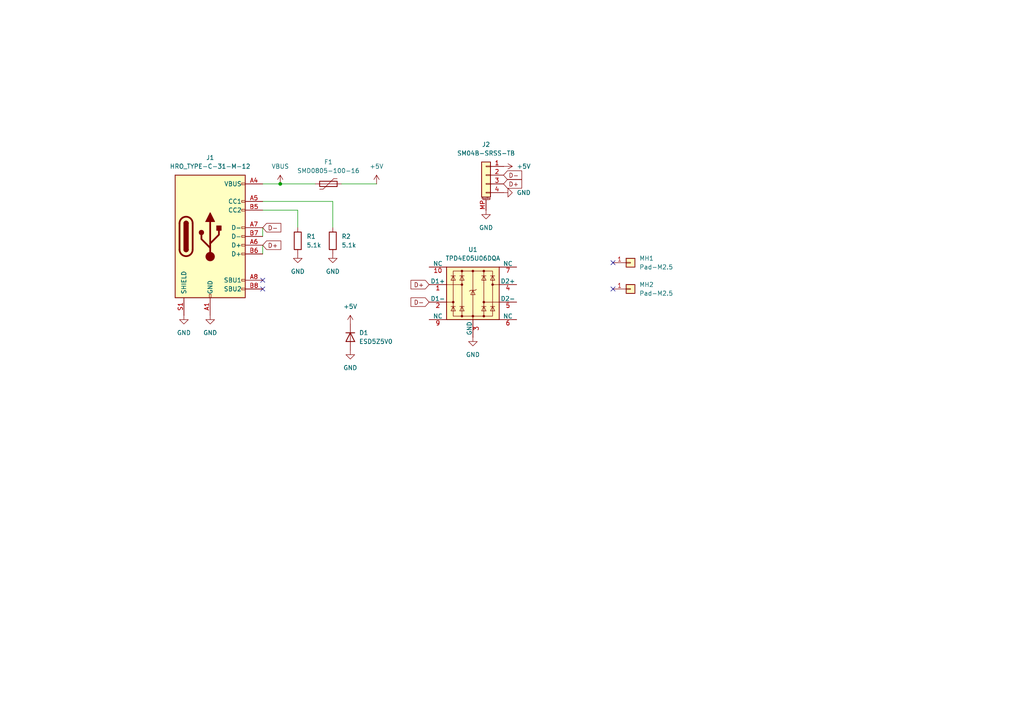
<source format=kicad_sch>
(kicad_sch (version 20250114) (generator "eeschema") (generator_version "9.0")
  (paper "A4")
  (lib_symbols
    (symbol "Connector:USB_C_Receptacle_USB2.0_16P" (pin_names (offset 1.016))
      (property "Reference" "J" (at 0 22.225 0))
      (property "Value" "USB_C_Receptacle_USB2.0_16P" (at 0 19.685 0))
      (symbol "USB_C_Receptacle_USB2.0_16P_0_0"
        (rectangle (start -0.254 -17.78) (end 0.254 -16.764))
        (rectangle (start 10.16 15.494) (end 9.144 14.986))
        (rectangle (start 10.16 10.414) (end 9.144 9.906))
        (rectangle (start 10.16 7.874) (end 9.144 7.366))
        (rectangle (start 10.16 2.794) (end 9.144 2.286))
        (rectangle (start 10.16 0.254) (end 9.144 -0.254))
        (rectangle (start 10.16 -2.286) (end 9.144 -2.794))
        (rectangle (start 10.16 -4.826) (end 9.144 -5.334))
        (rectangle (start 10.16 -12.446) (end 9.144 -12.954))
        (rectangle (start 10.16 -14.986) (end 9.144 -15.494))
      )
      (symbol "USB_C_Receptacle_USB2.0_16P_0_1"
        (rectangle (start -10.16 17.78) (end 10.16 -17.78) (stroke (width 0.254)) (fill (type background)))
        (polyline (pts (xy -8.89 -3.81) (xy -8.89 3.81)) (stroke (width 0.508)))
        (rectangle (start -7.62 -3.81) (end -6.35 3.81) (stroke (width 0.254)) (fill (type outline)))
        (arc (start -7.62 3.81) (mid -6.985 4.4423) (end -6.35 3.81) (stroke (width 0.254)))
        (arc (start -7.62 3.81) (mid -6.985 4.4423) (end -6.35 3.81) (stroke (width 0.254)) (fill (type outline)))
        (arc (start -8.89 3.81) (mid -6.985 5.7067) (end -5.08 3.81) (stroke (width 0.508)))
        (arc (start -5.08 -3.81) (mid -6.985 -5.7067) (end -8.89 -3.81) (stroke (width 0.508)))
        (arc (start -6.35 -3.81) (mid -6.985 -4.4423) (end -7.62 -3.81) (stroke (width 0.254)))
        (arc (start -6.35 -3.81) (mid -6.985 -4.4423) (end -7.62 -3.81) (stroke (width 0.254)) (fill (type outline)))
        (polyline (pts (xy -5.08 3.81) (xy -5.08 -3.81)) (stroke (width 0.508)))
        (circle (center -2.54 1.143) (radius 0.635) (stroke (width 0.254)) (fill (type outline)))
        (polyline (pts (xy -1.27 4.318) (xy 0 6.858) (xy 1.27 4.318) (xy -1.27 4.318)) (stroke (width 0.254)) (fill (type outline)))
        (polyline (pts (xy 0 -2.032) (xy 2.54 0.508) (xy 2.54 1.778)) (stroke (width 0.508)))
        (polyline (pts (xy 0 -3.302) (xy -2.54 -0.762) (xy -2.54 0.508)) (stroke (width 0.508)))
        (polyline (pts (xy 0 -5.842) (xy 0 4.318)) (stroke (width 0.508)))
        (circle (center 0 -5.842) (radius 1.27) (fill (type outline)))
        (rectangle (start 1.905 1.778) (end 3.175 3.048) (stroke (width 0.254)) (fill (type outline)))
      )
      (symbol "USB_C_Receptacle_USB2.0_16P_1_1"
        (pin passive line (at -7.62 -22.86 90) (length 5.08) (name "SHIELD") (number "S1"))
        (pin passive line (at 0 -22.86 90) (length 5.08) (name "GND") (number "A1"))
        (pin passive line (at 0 -22.86 90) (length 5.08) (hide yes) (name "GND") (number "A12"))
        (pin passive line (at 0 -22.86 90) (length 5.08) (hide yes) (name "GND") (number "B1"))
        (pin passive line (at 0 -22.86 90) (length 5.08) (hide yes) (name "GND") (number "B12"))
        (pin passive line (at 15.24 15.24 180) (length 5.08) (name "VBUS") (number "A4"))
        (pin passive line (at 15.24 15.24 180) (length 5.08) (hide yes) (name "VBUS") (number "A9"))
        (pin passive line (at 15.24 15.24 180) (length 5.08) (hide yes) (name "VBUS") (number "B4"))
        (pin passive line (at 15.24 15.24 180) (length 5.08) (hide yes) (name "VBUS") (number "B9"))
        (pin bidirectional line (at 15.24 10.16 180) (length 5.08) (name "CC1") (number "A5"))
        (pin bidirectional line (at 15.24 7.62 180) (length 5.08) (name "CC2") (number "B5"))
        (pin bidirectional line (at 15.24 2.54 180) (length 5.08) (name "D-") (number "A7"))
        (pin bidirectional line (at 15.24 0 180) (length 5.08) (name "D-") (number "B7"))
        (pin bidirectional line (at 15.24 -2.54 180) (length 5.08) (name "D+") (number "A6"))
        (pin bidirectional line (at 15.24 -5.08 180) (length 5.08) (name "D+") (number "B6"))
        (pin bidirectional line (at 15.24 -12.7 180) (length 5.08) (name "SBU1") (number "A8"))
        (pin bidirectional line (at 15.24 -15.24 180) (length 5.08) (name "SBU2") (number "B8"))
      )
    )
    (symbol "Connector_Generic:Conn_01x01" (pin_names (offset 1.016) (hide yes))
      (property "Reference" "J" (at 0 2.54 0))
      (property "Value" "Conn_01x01" (at 0 -2.54 0))
      (symbol "Conn_01x01_1_1"
        (rectangle (start -1.27 1.27) (end 1.27 -1.27) (stroke (width 0.254)) (fill (type background)))
        (rectangle (start -1.27 0.127) (end 0 -0.127) (stroke (width 0.1524)))
        (pin passive line (at -5.08 0 0) (length 3.81) (name "Pin_1") (number "1"))
      )
    )
    (symbol "Connector_Generic_MountingPin:Conn_01x04_MountingPin" (pin_names (offset 1.016) (hide yes))
      (property "Reference" "J" (at 0 5.08 0))
      (property "Value" "Conn_01x04_MountingPin" (at 1.27 -7.62 0))
      (symbol "Conn_01x04_MountingPin_1_1"
        (rectangle (start -1.27 3.81) (end 1.27 -6.35) (stroke (width 0.254)) (fill (type background)))
        (rectangle (start -1.27 2.667) (end 0 2.413) (stroke (width 0.1524)))
        (rectangle (start -1.27 0.127) (end 0 -0.127) (stroke (width 0.1524)))
        (rectangle (start -1.27 -2.413) (end 0 -2.667) (stroke (width 0.1524)))
        (rectangle (start -1.27 -4.953) (end 0 -5.207) (stroke (width 0.1524)))
        (polyline (pts (xy -1.016 -7.112) (xy 1.016 -7.112)) (stroke (width 0.1524)))
        (text "Mounting" (at 0 -6.731 0) (effects (font (size 0.381 0.381))))
        (pin passive line (at -5.08 2.54 0) (length 3.81) (name "Pin_1") (number "1"))
        (pin passive line (at -5.08 0 0) (length 3.81) (name "Pin_2") (number "2"))
        (pin passive line (at -5.08 -2.54 0) (length 3.81) (name "Pin_3") (number "3"))
        (pin passive line (at -5.08 -5.08 0) (length 3.81) (name "Pin_4") (number "4"))
        (pin passive line (at 0 -10.16 90) (length 3.048) (name "MountPin") (number "MP"))
      )
    )
    (symbol "Device:D" (pin_numbers (hide yes)) (pin_names (offset 1.016) (hide yes))
      (property "Reference" "D" (at 0 2.54 0))
      (property "Value" "D" (at 0 -2.54 0))
      (symbol "D_0_1"
        (polyline (pts (xy -1.27 1.27) (xy -1.27 -1.27)) (stroke (width 0.254)))
        (polyline (pts (xy 1.27 1.27) (xy 1.27 -1.27) (xy -1.27 0) (xy 1.27 1.27)) (stroke (width 0.254)))
        (polyline (pts (xy 1.27 0) (xy -1.27 0)))
      )
      (symbol "D_1_1"
        (pin passive line (at -3.81 0 0) (length 2.54) (name "K") (number "1"))
        (pin passive line (at 3.81 0 180) (length 2.54) (name "A") (number "2"))
      )
    )
    (symbol "Device:Polyfuse" (pin_numbers (hide yes)) (pin_names (offset 0))
      (property "Reference" "F" (at -2.54 0 90))
      (property "Value" "Polyfuse" (at 2.54 0 90))
      (symbol "Polyfuse_0_1"
        (polyline (pts (xy -1.524 2.54) (xy -1.524 1.524) (xy 1.524 -1.524) (xy 1.524 -2.54)))
        (rectangle (start -0.762 2.54) (end 0.762 -2.54) (stroke (width 0.254)))
        (polyline (pts (xy 0 2.54) (xy 0 -2.54)))
      )
      (symbol "Polyfuse_1_1"
        (pin passive line (at 0 3.81 270) (length 1.27) (name "~") (number "1"))
        (pin passive line (at 0 -3.81 90) (length 1.27) (name "~") (number "2"))
      )
    )
    (symbol "Device:R" (pin_numbers (hide yes)) (pin_names (offset 0))
      (property "Reference" "R" (at 2.032 0 90))
      (property "Value" "R" (at 0 0 90))
      (symbol "R_0_1"
        (rectangle (start -1.016 -2.54) (end 1.016 2.54) (stroke (width 0.254)))
      )
      (symbol "R_1_1"
        (pin passive line (at 0 3.81 270) (length 1.27) (name "~") (number "1"))
        (pin passive line (at 0 -3.81 90) (length 1.27) (name "~") (number "2"))
      )
    )
    (symbol "Power_Protection:TPD4E05U06DQA" (pin_names (offset 0))
      (property "Reference" "U" (at -0.635 8.89 0))
      (property "Value" "TPD4E05U06DQA" (at 1.905 -10.16 0))
      (symbol "TPD4E05U06DQA_0_0"
        (rectangle (start -5.715 6.477) (end 5.715 -6.604))
        (polyline (pts (xy -3.175 -6.604) (xy -3.175 6.477)))
        (polyline (pts (xy 0 6.477) (xy 0 -6.604)))
        (polyline (pts (xy 3.175 6.477) (xy 3.175 -6.604)))
      )
      (symbol "TPD4E05U06DQA_0_1"
        (polyline (pts (xy -7.747 2.54) (xy -3.175 2.54)))
        (rectangle (start -7.62 7.62) (end 7.62 -7.62) (stroke (width 0.254)) (fill (type background)))
        (polyline (pts (xy -7.62 -2.54) (xy -5.715 -2.54)))
        (circle (center -5.715 -2.54) (radius 0.2794) (fill (type outline)))
        (polyline (pts (xy -5.08 5.08) (xy -6.35 5.08)))
        (polyline (pts (xy -5.08 3.81) (xy -6.35 3.81) (xy -5.715 5.08) (xy -5.08 3.81)))
        (polyline (pts (xy -5.08 -3.81) (xy -6.35 -3.81)))
        (polyline (pts (xy -5.08 -5.08) (xy -6.35 -5.08) (xy -5.715 -3.81) (xy -5.08 -5.08)))
        (circle (center -3.175 6.477) (radius 0.2794) (fill (type outline)))
        (circle (center -3.175 2.54) (radius 0.2794) (fill (type outline)))
        (circle (center -3.175 -6.604) (radius 0.2794) (fill (type outline)))
        (polyline (pts (xy -2.54 5.08) (xy -3.81 5.08)))
        (polyline (pts (xy -2.54 3.81) (xy -3.81 3.81) (xy -3.175 5.08) (xy -2.54 3.81)))
        (polyline (pts (xy -2.54 -3.81) (xy -3.81 -3.81)))
        (polyline (pts (xy -2.54 -5.08) (xy -3.81 -5.08) (xy -3.175 -3.81) (xy -2.54 -5.08)))
        (polyline (pts (xy -0.635 0.889) (xy -1.016 0.635)))
        (circle (center 0 6.477) (radius 0.2794) (fill (type outline)))
        (polyline (pts (xy 0 -6.604) (xy 0 -7.62)))
        (circle (center 0 -6.604) (radius 0.2794) (fill (type outline)))
        (polyline (pts (xy 0.635 0.889) (xy -0.635 0.889)))
        (polyline (pts (xy 0.635 0.889) (xy 1.016 1.143)))
        (polyline (pts (xy 0.635 -0.381) (xy -0.635 -0.381) (xy 0 0.889) (xy 0.635 -0.381)))
        (circle (center 3.175 6.477) (radius 0.2794) (fill (type outline)))
        (circle (center 3.175 -2.54) (radius 0.2794) (fill (type outline)))
        (circle (center 3.175 -6.604) (radius 0.2794) (fill (type outline)))
        (polyline (pts (xy 3.81 5.08) (xy 2.54 5.08)))
        (polyline (pts (xy 3.81 3.81) (xy 2.54 3.81) (xy 3.175 5.08) (xy 3.81 3.81)))
        (polyline (pts (xy 3.81 -3.81) (xy 2.54 -3.81)))
        (polyline (pts (xy 3.81 -5.08) (xy 2.54 -5.08) (xy 3.175 -3.81) (xy 3.81 -5.08)))
        (circle (center 5.715 2.54) (radius 0.2794) (fill (type outline)))
        (polyline (pts (xy 6.35 5.08) (xy 5.08 5.08)))
        (polyline (pts (xy 6.35 3.81) (xy 5.08 3.81) (xy 5.715 5.08) (xy 6.35 3.81)))
        (polyline (pts (xy 6.35 -3.81) (xy 5.08 -3.81)))
        (polyline (pts (xy 6.35 -5.08) (xy 5.08 -5.08) (xy 5.715 -3.81) (xy 6.35 -5.08)))
        (polyline (pts (xy 7.62 2.54) (xy 5.715 2.54)))
        (polyline (pts (xy 7.62 -2.54) (xy 3.175 -2.54)))
      )
      (symbol "TPD4E05U06DQA_1_1"
        (pin free line (at -12.7 7.62 0) (length 5.08) (name "NC") (number "10"))
        (pin passive line (at -12.7 2.54 0) (length 5.08) (name "D1+") (number "1"))
        (pin passive line (at -12.7 -2.54 0) (length 5.08) (name "D1-") (number "2"))
        (pin free line (at -12.7 -7.62 0) (length 5.08) (name "NC") (number "9"))
        (pin power_in line (at 0 -12.7 90) (length 5.08) (name "GND") (number "3"))
        (pin passive line (at 0 -12.7 90) (length 5.08) (hide yes) (name "GND") (number "8"))
        (pin free line (at 12.7 7.62 180) (length 5.08) (name "NC") (number "7"))
        (pin passive line (at 12.7 2.54 180) (length 5.08) (name "D2+") (number "4"))
        (pin passive line (at 12.7 -2.54 180) (length 5.08) (name "D2-") (number "5"))
        (pin free line (at 12.7 -7.62 180) (length 5.08) (name "NC") (number "6"))
      )
    )
    (symbol "power:+5V" (power) (pin_numbers (hide yes)) (pin_names (offset 0) (hide yes))
      (property "Value" "+5V" (at 0 3.556 0))
      (symbol "+5V_0_1"
        (polyline (pts (xy -0.762 1.27) (xy 0 2.54)))
        (polyline (pts (xy 0 2.54) (xy 0.762 1.27)))
        (polyline (pts (xy 0 0) (xy 0 2.54)))
      )
      (symbol "+5V_1_1"
        (pin power_in line (at 0 0 90) (length 0) (name "~") (number "1"))
      )
    )
    (symbol "power:GND" (power) (pin_numbers (hide yes)) (pin_names (offset 0) (hide yes))
      (property "Value" "GND" (at 0 -3.81 0))
      (symbol "GND_0_1"
        (polyline (pts (xy 0 0) (xy 0 -1.27) (xy 1.27 -1.27) (xy 0 -2.54) (xy -1.27 -1.27) (xy 0 -1.27)))
      )
      (symbol "GND_1_1"
        (pin power_in line (at 0 0 270) (length 0) (name "~") (number "1"))
      )
    )
    (symbol "power:VBUS" (power) (pin_numbers (hide yes)) (pin_names (offset 0) (hide yes))
      (property "Value" "VBUS" (at 0 3.556 0))
      (symbol "VBUS_0_1"
        (polyline (pts (xy -0.762 1.27) (xy 0 2.54)))
        (polyline (pts (xy 0 2.54) (xy 0.762 1.27)))
        (polyline (pts (xy 0 0) (xy 0 2.54)))
      )
      (symbol "VBUS_1_1"
        (pin power_in line (at 0 0 90) (length 0) (name "~") (number "1"))
      )
    )
  )
  (junction (at 81.28 53.34))
  (no_connect (at 177.8 76.2))
  (no_connect (at 76.2 83.82))
  (no_connect (at 76.2 81.28))
  (no_connect (at 177.8 83.82))
  (wire (pts (xy 86.36 60.96) (xy 86.36 66.04)))
  (wire (pts (xy 96.52 66.04) (xy 96.52 58.42)))
  (wire (pts (xy 76.2 66.04) (xy 76.2 68.58)))
  (wire (pts (xy 76.2 60.96) (xy 86.36 60.96)))
  (wire (pts (xy 76.2 53.34) (xy 81.28 53.34)))
  (wire (pts (xy 96.52 58.42) (xy 76.2 58.42)))
  (wire (pts (xy 99.06 53.34) (xy 109.22 53.34)))
  (wire (pts (xy 76.2 71.12) (xy 76.2 73.66)))
  (wire (pts (xy 81.28 53.34) (xy 91.44 53.34)))
  (global_label "D-" (shape input) (at 76.2 66.04 0) (property "Intersheetrefs" "${INTERSHEET_REFS}" (effects (hide yes))))
  (global_label "D+" (shape input) (at 146.05 53.34 0) (property "Intersheetrefs" "${INTERSHEET_REFS}" (effects (hide yes))))
  (global_label "D-" (shape input) (at 124.46 87.63 180) (property "Intersheetrefs" "${INTERSHEET_REFS}" (effects (hide yes))))
  (global_label "D+" (shape input) (at 124.46 82.55 180) (property "Intersheetrefs" "${INTERSHEET_REFS}" (effects (hide yes))))
  (global_label "D-" (shape input) (at 146.05 50.8 0) (property "Intersheetrefs" "${INTERSHEET_REFS}" (effects (hide yes))))
  (global_label "D+" (shape input) (at 76.2 71.12 0) (property "Intersheetrefs" "${INTERSHEET_REFS}" (effects (hide yes))))
  (symbol (lib_id "power:+5V") (at 146.05 48.26 270) (unit 1)
    (property "Reference" "#PWR08" (effects (hide yes)))
    (property "Value" "+5V" (at 149.86 48.2599 90) (effects (justify left)))
    (property "Description" "Power symbol creates a global label with name \"+5V\"" (effects (hide yes)))
  )
  (symbol (lib_id "power:GND") (at 137.16 97.79 0) (unit 1)
    (property "Reference" "#PWR02" (effects (hide yes)))
    (property "Value" "GND" (at 137.16 102.87 0))
    (property "Description" "Power symbol creates a global label with name \"GND\" , ground" (effects (hide yes)))
  )
  (symbol (lib_id "power:GND") (at 140.97 60.96 0) (unit 1)
    (property "Reference" "#PWR010" (effects (hide yes)))
    (property "Value" "GND" (at 140.97 66.04 0))
    (property "Description" "Power symbol creates a global label with name \"GND\" , ground" (effects (hide yes)))
  )
  (symbol (lib_id "power:GND") (at 96.52 73.66 0) (unit 1)
    (property "Reference" "#PWR06" (effects (hide yes)))
    (property "Value" "GND" (at 96.52 78.74 0))
    (property "Description" "Power symbol creates a global label with name \"GND\" , ground" (effects (hide yes)))
  )
  (symbol (lib_id "power:+5V") (at 109.22 53.34 0) (unit 1)
    (property "Reference" "#PWR07" (effects (hide yes)))
    (property "Value" "+5V" (at 109.22 48.26 0))
    (property "Description" "Power symbol creates a global label with name \"+5V\"" (effects (hide yes)))
  )
  (symbol (lib_id "Device:Polyfuse") (at 95.25 53.34 90) (unit 1)
    (property "Reference" "F1" (at 95.25 46.99 90))
    (property "Value" "SMD0805-100-16" (at 95.25 49.53 90))
    (property "Footprint" "Fuse:Fuse_0805_2012Metric" (effects (hide yes)))
    (property "Description" "Polyfuse, 16V 1A, 0805" (effects (hide yes)))
  )
  (symbol (lib_id "Device:R") (at 96.52 69.85 0) (unit 1)
    (property "Reference" "R2" (at 99.06 68.5799 0) (effects (justify left)))
    (property "Value" "5.1k" (at 99.06 71.1199 0) (effects (justify left)))
    (property "Footprint" "Resistor_SMD:R_0603_1608Metric" (effects (hide yes)))
    (property "Description" "Resistor" (effects (hide yes)))
  )
  (symbol (lib_id "power:GND") (at 60.96 91.44 0) (unit 1)
    (property "Reference" "#PWR03" (effects (hide yes)))
    (property "Value" "GND" (at 60.96 96.52 0))
    (property "Description" "Power symbol creates a global label with name \"GND\" , ground" (effects (hide yes)))
  )
  (symbol (lib_id "power:GND") (at 86.36 73.66 0) (unit 1)
    (property "Reference" "#PWR05" (effects (hide yes)))
    (property "Value" "GND" (at 86.36 78.74 0))
    (property "Description" "Power symbol creates a global label with name \"GND\" , ground" (effects (hide yes)))
  )
  (symbol (lib_id "Connector_Generic:Conn_01x01") (at 182.88 76.2 0) (unit 1) (in_bom no)
    (property "Reference" "MH1" (at 185.42 74.9299 0) (effects (justify left)))
    (property "Value" "Pad-M2.5" (at 185.42 77.4699 0) (effects (justify left)))
    (property "Footprint" "locallib:MountingHole-M2.5-Simple" (effects (hide yes)))
    (property "Description" "Generic connector, single row, 01x01, script generated (kicad-library-utils/schlib/autogen/connector/)" (effects (hide yes)))
  )
  (symbol (lib_id "Device:D") (at 101.6 97.79 270) (unit 1)
    (property "Reference" "D1" (at 104.14 96.5199 90) (effects (justify left)))
    (property "Value" "ESD5Z5V0" (at 104.14 99.0599 90) (effects (justify left)))
    (property "Footprint" "Diode_SMD:D_SOD-523" (effects (hide yes)))
    (property "Description" "Diode" (effects (hide yes)))
    (property "Sim.Device" "D" (effects (hide yes)))
    (property "Sim.Pins" "1=K 2=A" (effects (hide yes)))
  )
  (symbol (lib_id "Connector:USB_C_Receptacle_USB2.0_16P") (at 60.96 68.58 0) (unit 1)
    (property "Reference" "J1" (at 60.96 45.72 0))
    (property "Value" "HRO_TYPE-C-31-M-12" (at 60.96 48.26 0))
    (property "Footprint" "locallib:HRO-TYPE-C-31-M-12-Assembly" (effects (hide yes)))
    (property "Datasheet" "https://www.usb.org/sites/default/files/documents/usb_type-c.zip" (effects (hide yes)))
    (property "Description" "USB 2.0-only 16P Type-C Receptacle connector" (effects (hide yes)))
  )
  (symbol (lib_id "Device:R") (at 86.36 69.85 0) (unit 1)
    (property "Reference" "R1" (at 88.9 68.5799 0) (effects (justify left)))
    (property "Value" "5.1k" (at 88.9 71.1199 0) (effects (justify left)))
    (property "Footprint" "Resistor_SMD:R_0603_1608Metric" (effects (hide yes)))
    (property "Description" "Resistor" (effects (hide yes)))
  )
  (symbol (lib_id "power:GND") (at 101.6 101.6 0) (unit 1)
    (property "Reference" "#PWR013" (effects (hide yes)))
    (property "Value" "GND" (at 101.6 106.68 0))
    (property "Description" "Power symbol creates a global label with name \"GND\" , ground" (effects (hide yes)))
  )
  (symbol (lib_id "Connector_Generic:Conn_01x01") (at 182.88 83.82 0) (unit 1) (in_bom no)
    (property "Reference" "MH2" (at 185.42 82.5499 0) (effects (justify left)))
    (property "Value" "Pad-M2.5" (at 185.42 85.0899 0) (effects (justify left)))
    (property "Footprint" "locallib:MountingHole-M2.5-Simple" (effects (hide yes)))
    (property "Description" "Generic connector, single row, 01x01, script generated (kicad-library-utils/schlib/autogen/connector/)" (effects (hide yes)))
  )
  (symbol (lib_id "Power_Protection:TPD4E05U06DQA") (at 137.16 85.09 0) (unit 1)
    (property "Reference" "U1" (at 137.16 72.39 0))
    (property "Value" "TPD4E05U06DQA" (at 137.16 74.93 0))
    (property "Footprint" "Package_SON:USON-10_2.5x1.0mm_P0.5mm" (effects (hide yes)))
    (property "Datasheet" "https://www.ti.com/lit/ds/symlink/tpd4e05u06.pdf" (effects (hide yes)))
    (property "Description" "4-Channel ESD Protection for Super-Speed USB 3.0 Interface, USON-10" (effects (hide yes)))
  )
  (symbol (lib_id "power:+5V") (at 101.6 93.98 0) (unit 1)
    (property "Reference" "#PWR012" (effects (hide yes)))
    (property "Value" "+5V" (at 101.6 88.9 0))
    (property "Description" "Power symbol creates a global label with name \"+5V\"" (effects (hide yes)))
  )
  (symbol (lib_id "power:GND") (at 53.34 91.44 0) (unit 1)
    (property "Reference" "#PWR04" (effects (hide yes)))
    (property "Value" "GND" (at 53.34 96.52 0))
    (property "Description" "Power symbol creates a global label with name \"GND\" , ground" (effects (hide yes)))
  )
  (symbol (lib_id "power:VBUS") (at 81.28 53.34 0) (unit 1)
    (property "Reference" "#PWR01" (effects (hide yes)))
    (property "Value" "VBUS" (at 81.28 48.26 0))
    (property "Description" "Power symbol creates a global label with name \"VBUS\"" (effects (hide yes)))
  )
  (symbol (lib_id "Connector_Generic_MountingPin:Conn_01x04_MountingPin") (at 140.97 50.8 0) (mirror y) (unit 1)
    (property "Reference" "J2" (at 140.97 41.91 0))
    (property "Value" "SM04B-SRSS-TB" (at 140.97 44.45 0))
    (property "Footprint" "Connector_JST:JST_SH_SM04B-SRSS-TB_1x04-1MP_P1.00mm_Horizontal" (effects (hide yes)))
    (property "Description" "JST-SH SM04B-SRSS-TB" (effects (hide yes)))
  )
  (symbol (lib_id "power:GND") (at 146.05 55.88 90) (unit 1)
    (property "Reference" "#PWR09" (effects (hide yes)))
    (property "Value" "GND" (at 149.86 55.8799 90) (effects (justify right)))
    (property "Description" "Power symbol creates a global label with name \"GND\" , ground" (effects (hide yes)))
  )
)
</source>
